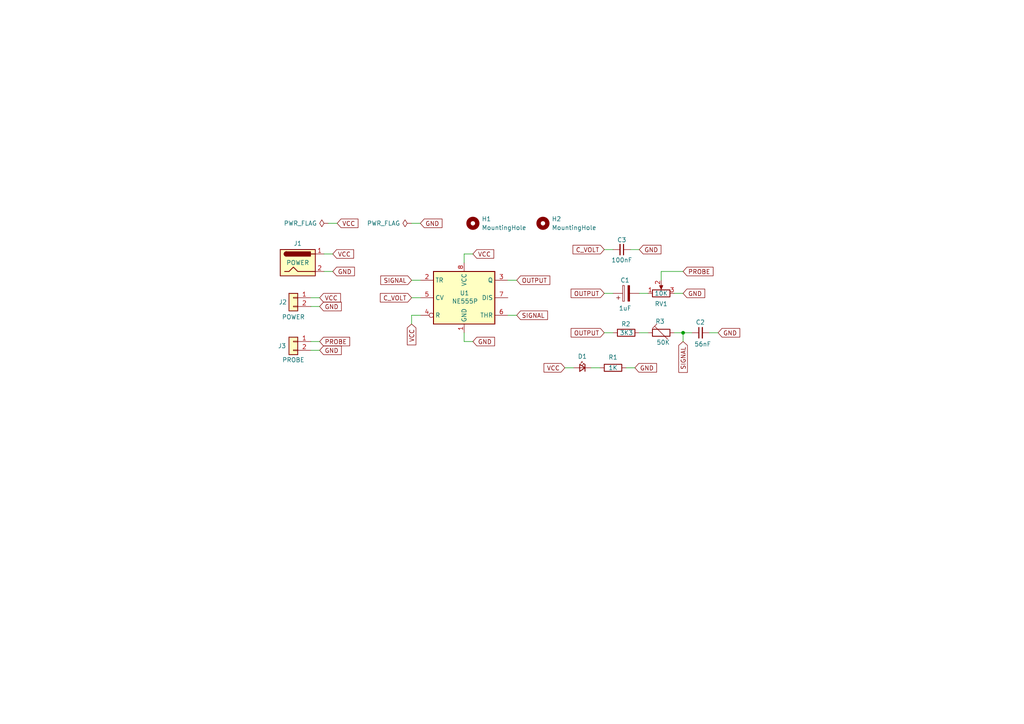
<source format=kicad_sch>
(kicad_sch (version 20250114) (generator "eeschema") (generator_version "9.0")
  (paper "A4")
  (lib_symbols
    (symbol "Connector:Jack-DC" (pin_names (offset 1.016))
      (property "Reference" "J" (at 0 5.334 0))
      (property "Value" "Jack-DC" (at 0 -5.08 0))
      (symbol "Jack-DC_0_1"
        (rectangle (start -5.08 3.81) (end 5.08 -3.81) (stroke (width 0.254)) (fill (type background)))
        (polyline (pts (xy -3.81 -2.54) (xy -2.54 -2.54) (xy -1.27 -1.27) (xy 0 -2.54) (xy 2.54 -2.54) (xy 5.08 -2.54)) (stroke (width 0.254)))
        (arc (start -3.302 1.905) (mid -3.9343 2.54) (end -3.302 3.175) (stroke (width 0.254)))
        (arc (start -3.302 1.905) (mid -3.9343 2.54) (end -3.302 3.175) (stroke (width 0.254)) (fill (type outline)))
        (rectangle (start 3.683 3.175) (end -3.302 1.905) (stroke (width 0.254)) (fill (type outline)))
        (polyline (pts (xy 5.08 2.54) (xy 3.81 2.54)) (stroke (width 0.254)))
      )
      (symbol "Jack-DC_1_1"
        (pin passive line (at 7.62 2.54 180) (length 2.54) (name "~") (number "1"))
        (pin passive line (at 7.62 -2.54 180) (length 2.54) (name "~") (number "2"))
      )
    )
    (symbol "Connector_Generic:Conn_01x02" (pin_names (offset 1.016) (hide yes))
      (property "Reference" "J" (at 0 2.54 0))
      (property "Value" "Conn_01x02" (at 0 -5.08 0))
      (symbol "Conn_01x02_1_1"
        (rectangle (start -1.27 1.27) (end 1.27 -3.81) (stroke (width 0.254)) (fill (type background)))
        (rectangle (start -1.27 0.127) (end 0 -0.127) (stroke (width 0.1524)))
        (rectangle (start -1.27 -2.413) (end 0 -2.667) (stroke (width 0.1524)))
        (pin passive line (at -5.08 0 0) (length 3.81) (name "Pin_1") (number "1"))
        (pin passive line (at -5.08 -2.54 0) (length 3.81) (name "Pin_2") (number "2"))
      )
    )
    (symbol "Device:C_Polarized" (pin_numbers (hide yes)) (pin_names (offset 0.254))
      (property "Reference" "C" (at 0.635 2.54 0))
      (property "Value" "C_Polarized" (at 0.635 -2.54 0))
      (symbol "C_Polarized_0_1"
        (rectangle (start -2.286 0.508) (end 2.286 1.016))
        (polyline (pts (xy -1.778 2.286) (xy -0.762 2.286)))
        (polyline (pts (xy -1.27 2.794) (xy -1.27 1.778)))
        (rectangle (start 2.286 -0.508) (end -2.286 -1.016) (fill (type outline)))
      )
      (symbol "C_Polarized_1_1"
        (pin passive line (at 0 3.81 270) (length 2.794) (name "~") (number "1"))
        (pin passive line (at 0 -3.81 90) (length 2.794) (name "~") (number "2"))
      )
    )
    (symbol "Device:R" (pin_numbers (hide yes)) (pin_names (offset 0))
      (property "Reference" "R" (at 2.032 0 90))
      (property "Value" "R" (at 0 0 90))
      (symbol "R_0_1"
        (rectangle (start -1.016 -2.54) (end 1.016 2.54) (stroke (width 0.254)))
      )
      (symbol "R_1_1"
        (pin passive line (at 0 3.81 270) (length 1.27) (name "~") (number "1"))
        (pin passive line (at 0 -3.81 90) (length 1.27) (name "~") (number "2"))
      )
    )
    (symbol "Device:R_Potentiometer" (pin_names (offset 1.016) (hide yes))
      (property "Reference" "RV" (at -4.445 0 90))
      (property "Value" "R_Potentiometer" (at -2.54 0 90))
      (symbol "R_Potentiometer_0_1"
        (rectangle (start 1.016 2.54) (end -1.016 -2.54) (stroke (width 0.254)))
        (polyline (pts (xy 1.143 0) (xy 2.286 0.508) (xy 2.286 -0.508) (xy 1.143 0)) (fill (type outline)))
        (polyline (pts (xy 2.54 0) (xy 1.524 0)))
      )
      (symbol "R_Potentiometer_1_1"
        (pin passive line (at 0 3.81 270) (length 1.27) (name "1") (number "1"))
        (pin passive line (at 0 -3.81 90) (length 1.27) (name "3") (number "3"))
        (pin passive line (at 3.81 0 180) (length 1.27) (name "2") (number "2"))
      )
    )
    (symbol "Device:R_Trim" (pin_numbers (hide yes)) (pin_names (offset 0))
      (property "Reference" "R" (at 2.54 -2.54 90))
      (property "Value" "R_Trim" (at -2.54 -0.635 90))
      (symbol "R_Trim_0_1"
        (polyline (pts (xy -1.905 -1.905) (xy 1.905 1.905) (xy 2.54 1.27) (xy 1.27 2.54)))
        (rectangle (start -1.016 -2.54) (end 1.016 2.54) (stroke (width 0.254)))
      )
      (symbol "R_Trim_1_1"
        (pin passive line (at 0 3.81 270) (length 1.27) (name "~") (number "1"))
        (pin passive line (at 0 -3.81 90) (length 1.27) (name "~") (number "2"))
      )
    )
    (symbol "Mechanical:MountingHole" (pin_names (offset 1.016)) (in_bom no)
      (property "Reference" "H" (at 0 5.08 0))
      (property "Value" "MountingHole" (at 0 3.175 0))
      (symbol "MountingHole_0_1"
        (circle (center 0 0) (radius 1.27) (stroke (width 1.27)))
      )
    )
    (symbol "PCM_SparkFun-Capacitor:C" (pin_numbers (hide yes)) (pin_names (offset 0.254))
      (property "Reference" "C" (at 0.635 2.54 0))
      (property "Value" "C" (at 0.635 -2.54 0))
      (property "Voltage" "1kV" (at 0 -6.35 0))
      (property "Tolerance" "100%" (at 0 -8.89 0))
      (symbol "C_0_1"
        (polyline (pts (xy -1.524 0.508) (xy 1.524 0.508)) (stroke (width 0.3048)))
        (polyline (pts (xy -1.524 -0.508) (xy 1.524 -0.508)) (stroke (width 0.3302)))
      )
      (symbol "C_1_1"
        (pin passive line (at 0 2.54 270) (length 2.032) (name "~") (number "1"))
        (pin passive line (at 0 -2.54 90) (length 2.032) (name "~") (number "2"))
      )
    )
    (symbol "PCM_SparkFun-LED:LED" (pin_numbers (hide yes)) (pin_names (offset 1.016) (hide yes))
      (property "Reference" "D" (at 0 2.54 0))
      (property "Value" "LED" (at 0 -2.54 0))
      (symbol "LED_0_1"
        (polyline (pts (xy -0.762 -1.016) (xy -0.762 1.016)) (stroke (width 0.254)))
        (polyline (pts (xy 0 0.762) (xy -0.508 1.27) (xy -0.254 1.27) (xy -0.508 1.27) (xy -0.508 1.016)))
        (polyline (pts (xy 0.508 1.27) (xy 0 1.778) (xy 0.254 1.778) (xy 0 1.778) (xy 0 1.524)))
        (polyline (pts (xy 0.762 -1.016) (xy -0.762 0) (xy 0.762 1.016) (xy 0.762 -1.016)) (stroke (width 0.254)))
        (polyline (pts (xy 1.016 0) (xy -0.762 0)))
      )
      (symbol "LED_1_1"
        (pin passive line (at -2.54 0 0) (length 1.778) (name "K") (number "1"))
        (pin passive line (at 2.54 0 180) (length 1.778) (name "A") (number "2"))
      )
    )
    (symbol "Timer:NE555P"
      (property "Reference" "U1" (at -1.27 1.778 0))
      (property "Value" "NE555P" (at -3.556 -0.508 0))
      (symbol "NE555P_0_0"
        (pin power_in line (at 0 10.16 270) (length 2.54) (name "VCC") (number "8"))
        (pin power_in line (at 0 -10.16 90) (length 2.54) (name "GND") (number "1"))
      )
      (symbol "NE555P_0_1"
        (rectangle (start -8.89 -7.62) (end 8.89 7.62) (stroke (width 0.254)) (fill (type background)))
        (rectangle (start -8.89 -7.62) (end 8.89 7.62) (stroke (width 0.254)) (fill (type background)))
      )
      (symbol "NE555P_1_1"
        (pin input line (at -12.7 5.08 0) (length 3.81) (name "TR") (number "2"))
        (pin input line (at -12.7 0 0) (length 3.81) (name "CV") (number "5"))
        (pin input inverted (at -12.7 -5.08 0) (length 3.81) (name "R") (number "4"))
        (pin output line (at 12.7 5.08 180) (length 3.81) (name "Q") (number "3"))
        (pin free line (at 12.7 0 180) (length 3.81) (name "DIS") (number "7"))
        (pin input line (at 12.7 -5.08 180) (length 3.81) (name "THR") (number "6"))
      )
    )
    (symbol "power:PWR_FLAG" (power) (pin_numbers (hide yes)) (pin_names (offset 0) (hide yes))
      (property "Value" "PWR_FLAG" (at 0 3.81 0))
      (symbol "PWR_FLAG_0_0"
        (pin power_out line (at 0 0 90) (length 0) (name "~") (number "1"))
      )
      (symbol "PWR_FLAG_0_1"
        (polyline (pts (xy 0 0) (xy 0 1.27) (xy -1.016 1.905) (xy 0 2.54) (xy 1.016 1.905) (xy 0 1.27)))
      )
    )
  )
  (junction (at 198.12 96.52))
  (wire (pts (xy 119.38 81.28) (xy 121.92 81.28)))
  (wire (pts (xy 185.42 85.09) (xy 187.96 85.09)))
  (wire (pts (xy 147.32 91.44) (xy 149.86 91.44)))
  (wire (pts (xy 198.12 78.74) (xy 191.77 78.74)))
  (wire (pts (xy 134.62 76.2) (xy 134.62 73.66)))
  (wire (pts (xy 205.74 96.52) (xy 208.28 96.52)))
  (wire (pts (xy 119.38 91.44) (xy 121.92 91.44)))
  (wire (pts (xy 90.17 88.9) (xy 92.71 88.9)))
  (wire (pts (xy 195.58 96.52) (xy 198.12 96.52)))
  (wire (pts (xy 185.42 96.52) (xy 187.96 96.52)))
  (wire (pts (xy 119.38 91.44) (xy 119.38 93.98)))
  (wire (pts (xy 198.12 99.06) (xy 198.12 96.52)))
  (wire (pts (xy 119.38 64.77) (xy 121.92 64.77)))
  (wire (pts (xy 90.17 86.36) (xy 92.71 86.36)))
  (wire (pts (xy 95.25 64.77) (xy 97.79 64.77)))
  (wire (pts (xy 119.38 86.36) (xy 121.92 86.36)))
  (wire (pts (xy 147.32 81.28) (xy 149.86 81.28)))
  (wire (pts (xy 134.62 99.06) (xy 137.16 99.06)))
  (wire (pts (xy 166.37 106.68) (xy 163.83 106.68)))
  (wire (pts (xy 175.26 85.09) (xy 177.8 85.09)))
  (wire (pts (xy 90.17 99.06) (xy 92.71 99.06)))
  (wire (pts (xy 198.12 96.52) (xy 200.66 96.52)))
  (wire (pts (xy 177.8 72.39) (xy 175.26 72.39)))
  (wire (pts (xy 134.62 73.66) (xy 137.16 73.66)))
  (wire (pts (xy 171.45 106.68) (xy 173.99 106.68)))
  (wire (pts (xy 182.88 72.39) (xy 185.42 72.39)))
  (wire (pts (xy 191.77 78.74) (xy 191.77 81.28)))
  (wire (pts (xy 134.62 96.52) (xy 134.62 99.06)))
  (wire (pts (xy 93.98 73.66) (xy 96.52 73.66)))
  (wire (pts (xy 181.61 106.68) (xy 184.15 106.68)))
  (wire (pts (xy 90.17 101.6) (xy 92.71 101.6)))
  (wire (pts (xy 195.58 85.09) (xy 198.12 85.09)))
  (wire (pts (xy 175.26 96.52) (xy 177.8 96.52)))
  (wire (pts (xy 93.98 78.74) (xy 96.52 78.74)))
  (global_label "SIGNAL" (shape input) (at 119.38 81.28 180) (property "Intersheetrefs" "${INTERSHEET_REFS}" (effects (hide yes))))
  (global_label "GND" (shape input) (at 184.15 106.68 0) (property "Intersheetrefs" "${INTERSHEET_REFS}" (effects (hide yes))))
  (global_label "GND" (shape input) (at 185.42 72.39 0) (property "Intersheetrefs" "${INTERSHEET_REFS}" (effects (hide yes))))
  (global_label "GND" (shape input) (at 121.92 64.77 0) (property "Intersheetrefs" "${INTERSHEET_REFS}" (effects (hide yes))))
  (global_label "OUTPUT" (shape input) (at 175.26 85.09 180) (property "Intersheetrefs" "${INTERSHEET_REFS}" (effects (hide yes))))
  (global_label "GND" (shape input) (at 198.12 85.09 0) (property "Intersheetrefs" "${INTERSHEET_REFS}" (effects (hide yes))))
  (global_label "SIGNAL" (shape input) (at 198.12 99.06 270) (property "Intersheetrefs" "${INTERSHEET_REFS}" (effects (hide yes))))
  (global_label "GND" (shape input) (at 96.52 78.74 0) (property "Intersheetrefs" "${INTERSHEET_REFS}" (effects (hide yes))))
  (global_label "C_VOLT" (shape input) (at 119.38 86.36 180) (property "Intersheetrefs" "${INTERSHEET_REFS}" (effects (hide yes))))
  (global_label "VCC" (shape input) (at 92.71 86.36 0) (property "Intersheetrefs" "${INTERSHEET_REFS}" (effects (hide yes))))
  (global_label "OUTPUT" (shape input) (at 149.86 81.28 0) (property "Intersheetrefs" "${INTERSHEET_REFS}" (effects (hide yes))))
  (global_label "VCC" (shape input) (at 119.38 93.98 270) (property "Intersheetrefs" "${INTERSHEET_REFS}" (effects (hide yes))))
  (global_label "VCC" (shape input) (at 97.79 64.77 0) (property "Intersheetrefs" "${INTERSHEET_REFS}" (effects (hide yes))))
  (global_label "GND" (shape input) (at 92.71 88.9 0) (property "Intersheetrefs" "${INTERSHEET_REFS}" (effects (hide yes))))
  (global_label "C_VOLT" (shape input) (at 175.26 72.39 180) (property "Intersheetrefs" "${INTERSHEET_REFS}" (effects (hide yes))))
  (global_label "VCC" (shape input) (at 137.16 73.66 0) (property "Intersheetrefs" "${INTERSHEET_REFS}" (effects (hide yes))))
  (global_label "PROBE" (shape input) (at 198.12 78.74 0) (property "Intersheetrefs" "${INTERSHEET_REFS}" (effects (hide yes))))
  (global_label "OUTPUT" (shape input) (at 175.26 96.52 180) (property "Intersheetrefs" "${INTERSHEET_REFS}" (effects (hide yes))))
  (global_label "GND" (shape input) (at 92.71 101.6 0) (property "Intersheetrefs" "${INTERSHEET_REFS}" (effects (hide yes))))
  (global_label "VCC" (shape input) (at 163.83 106.68 180) (property "Intersheetrefs" "${INTERSHEET_REFS}" (effects (hide yes))))
  (global_label "GND" (shape input) (at 208.28 96.52 0) (property "Intersheetrefs" "${INTERSHEET_REFS}" (effects (hide yes))))
  (global_label "SIGNAL" (shape input) (at 149.86 91.44 0) (property "Intersheetrefs" "${INTERSHEET_REFS}" (effects (hide yes))))
  (global_label "PROBE" (shape input) (at 92.71 99.06 0) (property "Intersheetrefs" "${INTERSHEET_REFS}" (effects (hide yes))))
  (global_label "GND" (shape input) (at 137.16 99.06 0) (property "Intersheetrefs" "${INTERSHEET_REFS}" (effects (hide yes))))
  (global_label "VCC" (shape input) (at 96.52 73.66 0) (property "Intersheetrefs" "${INTERSHEET_REFS}" (effects (hide yes))))
  (symbol (lib_id "Connector:Jack-DC") (at 86.36 76.2 0) (unit 1)
    (property "Reference" "J1" (at 86.36 70.612 0))
    (property "Value" "POWER" (at 86.36 76.2 0))
    (property "Footprint" "Connector_BarrelJack:BarrelJack_Horizontal" (effects (hide yes)))
    (property "Description" "DC Barrel Jack" (effects (hide yes)))
  )
  (symbol (lib_id "Connector_Generic:Conn_01x02") (at 85.09 86.36 0) (mirror y) (unit 1)
    (property "Reference" "J2" (at 82.042 87.63 0))
    (property "Value" "POWER" (at 85.09 91.948 0))
    (property "Footprint" "Connector_JST:JST_EH_B2B-EH-A_1x02_P2.50mm_Vertical" (effects (hide yes)))
    (property "Description" "Generic connector, single row, 01x02, script generated (kicad-library-utils/schlib/autogen/connector/)" (effects (hide yes)))
  )
  (symbol (lib_id "Device:R_Trim") (at 191.77 96.52 90) (unit 1)
    (property "Reference" "R3" (at 192.786 93.218 90) (effects (justify left)))
    (property "Value" "50K" (at 194.31 99.314 90) (effects (justify left)))
    (property "Footprint" "Custom:Trimmer_Piher_PT6_Vertical" (effects (hide yes)))
    (property "Description" "Trimmable resistor (preset resistor)" (effects (hide yes)))
  )
  (symbol (lib_id "Device:R") (at 177.8 106.68 90) (unit 1)
    (property "Reference" "R1" (at 177.8 103.632 90))
    (property "Value" "1K" (at 177.8 106.68 90))
    (property "Footprint" "Resistor_THT:R_Axial_DIN0207_L6.3mm_D2.5mm_P2.54mm_Vertical" (effects (hide yes)))
    (property "Description" "Resistor" (effects (hide yes)))
  )
  (symbol (lib_id "Timer:NE555P") (at 134.62 86.36 0) (unit 1)
    (property "Reference" "U1" (at 133.35 85 0) (effects (justify left)))
    (property "Value" "NE555P" (at 131.064 87.376 0) (effects (justify left)))
    (property "Footprint" "Package_DIP:DIP-8_W7.62mm" (effects (hide yes)))
    (property "Datasheet" "http://www.ti.com/lit/ds/symlink/ne555.pdf" (effects (hide yes)))
    (property "Description" "Precision Timers, 555 compatible,  PDIP-8" (effects (hide yes)))
  )
  (symbol (lib_id "PCM_SparkFun-LED:LED") (at 168.91 106.68 0) (mirror y) (unit 1)
    (property "Reference" "D1" (at 168.91 103.378 0))
    (property "Value" "LED" (effects (hide yes)))
    (property "Footprint" "LED_THT:LED_D3.0mm" (effects (hide yes)))
    (property "Description" "Light emitting diode" (effects (hide yes)))
    (property "PROD_ID" "LED-" (effects (hide yes)))
  )
  (symbol (lib_id "Device:C_Polarized") (at 181.61 85.09 90) (unit 1)
    (property "Reference" "C1" (at 182.626 81.28 90) (effects (justify left)))
    (property "Value" "1uF" (at 183.134 89.408 90) (effects (justify left)))
    (property "Footprint" "Capacitor_THT:C_Radial_D6.3mm_H11.0mm_P2.50mm" (effects (hide yes)))
    (property "Description" "Polarized capacitor" (effects (hide yes)))
  )
  (symbol (lib_id "Mechanical:MountingHole") (at 157.48 64.77 0) (unit 1) (in_bom no)
    (property "Reference" "H2" (at 160.02 63.4999 0) (effects (justify left)))
    (property "Value" "MountingHole" (at 160.02 66.0399 0) (effects (justify left)))
    (property "Footprint" "MountingHole:MountingHole_2.2mm_M2_ISO7380" (effects (hide yes)))
    (property "Description" "Mounting Hole without connection" (effects (hide yes)))
  )
  (symbol (lib_id "power:PWR_FLAG") (at 95.25 64.77 90) (unit 1)
    (property "Reference" "#FLG01" (effects (hide yes)))
    (property "Value" "PWR_FLAG" (at 91.948 64.77 90) (effects (justify left)))
    (property "Description" "Special symbol for telling ERC where power comes from" (effects (hide yes)))
  )
  (symbol (lib_id "Mechanical:MountingHole") (at 137.16 64.77 0) (unit 1) (in_bom no)
    (property "Reference" "H1" (at 139.7 63.4999 0) (effects (justify left)))
    (property "Value" "MountingHole" (at 139.7 66.0399 0) (effects (justify left)))
    (property "Footprint" "MountingHole:MountingHole_2.2mm_M2_ISO7380" (effects (hide yes)))
    (property "Description" "Mounting Hole without connection" (effects (hide yes)))
  )
  (symbol (lib_id "Device:R") (at 181.61 96.52 90) (unit 1)
    (property "Reference" "R2" (at 182.88 93.98 90) (effects (justify left)))
    (property "Value" "3K3" (at 183.642 96.52 90) (effects (justify left)))
    (property "Footprint" "Resistor_THT:R_Axial_DIN0207_L6.3mm_D2.5mm_P2.54mm_Vertical" (effects (hide yes)))
    (property "Description" "Resistor" (effects (hide yes)))
  )
  (symbol (lib_id "PCM_SparkFun-Capacitor:C") (at 180.34 72.39 270) (unit 1)
    (property "Reference" "C3" (at 180.34 69.596 90))
    (property "Value" "100nF" (at 180.34 75.438 90))
    (property "Footprint" "Capacitor_THT:C_Disc_D6.0mm_W2.5mm_P5.00mm" (effects (hide yes)))
    (property "Datasheet" "https://cdn.sparkfun.com/assets/8/a/4/a/5/Kemet_Capacitor_Datasheet.pdf" (effects (hide yes)))
    (property "Description" "Unpolarized capacitor" (effects (hide yes)))
    (property "PROD_ID" "CAP-00000" (effects (hide yes)))
    (property "Voltage" "1kV" (effects (hide yes)))
    (property "Tolerance" "100%" (effects (hide yes)))
  )
  (symbol (lib_id "power:PWR_FLAG") (at 119.38 64.77 90) (unit 1)
    (property "Reference" "#FLG02" (effects (hide yes)))
    (property "Value" "PWR_FLAG" (at 116.078 64.77 90) (effects (justify left)))
    (property "Description" "Special symbol for telling ERC where power comes from" (effects (hide yes)))
  )
  (symbol (lib_id "PCM_SparkFun-Capacitor:C") (at 203.2 96.52 90) (unit 1)
    (property "Reference" "C2" (at 204.47 93.472 90) (effects (justify left)))
    (property "Value" "56nF" (at 206.248 99.822 90) (effects (justify left)))
    (property "Footprint" "Capacitor_THT:C_Disc_D6.0mm_W2.5mm_P5.00mm" (effects (hide yes)))
    (property "Datasheet" "https://cdn.sparkfun.com/assets/8/a/4/a/5/Kemet_Capacitor_Datasheet.pdf" (effects (hide yes)))
    (property "Description" "Unpolarized capacitor" (effects (hide yes)))
    (property "PROD_ID" "CAP-00000" (effects (hide yes)))
    (property "Voltage" "1kV" (effects (hide yes)))
    (property "Tolerance" "100%" (effects (hide yes)))
  )
  (symbol (lib_id "Connector_Generic:Conn_01x02") (at 85.09 99.06 0) (mirror y) (unit 1)
    (property "Reference" "J3" (at 81.788 100.33 0))
    (property "Value" "PROBE" (at 85.09 104.394 0))
    (property "Footprint" "TerminalBlock_Phoenix:TerminalBlock_Phoenix_PT-1,5-2-5.0-H_1x02_P5.00mm_Horizontal" (effects (hide yes)))
    (property "Description" "Generic connector, single row, 01x02, script generated (kicad-library-utils/schlib/autogen/connector/)" (effects (hide yes)))
  )
  (symbol (lib_id "Device:R_Potentiometer") (at 191.77 85.09 90) (unit 1)
    (property "Reference" "RV1" (at 191.77 88.138 90))
    (property "Value" "10K" (at 191.77 85.09 90))
    (property "Footprint" "Custom:Potenciometer_PTV09A" (effects (hide yes)))
    (property "Description" "Potentiometer" (effects (hide yes)))
  )
)
</source>
